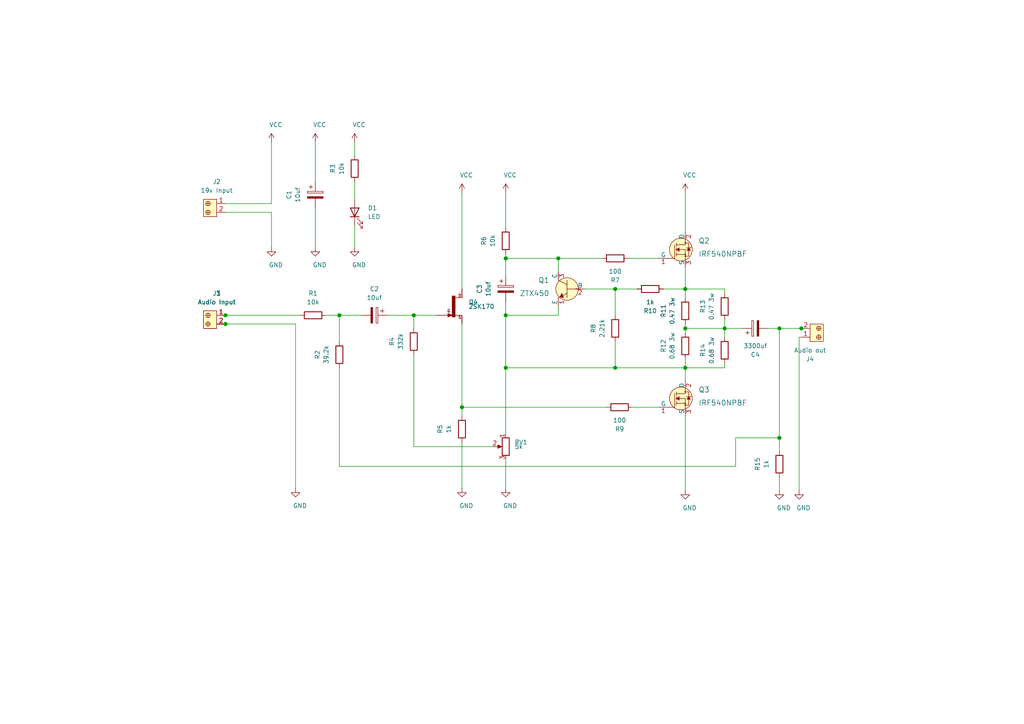
<source format=kicad_sch>
(kicad_sch (version 20200828) (generator eeschema)
  (page 1 1)
  (paper "A4")
  (title_block (title "Nelson Pass Camp Amp") (date "2020-09-19") (rev "1.6") (comment 4 "Ashish Kushwaha"))
  (lib_symbols
    (symbol "2SK170:2SK170" (pin_numbers hide) (pin_names (offset 1.016) hide)
      (property "Reference" "Q" (at 3.302 0.508 0))
      (property "Value" "2SK170" (at 3.302 -0.508 0))
      (symbol "2SK170_0_0"
        (text "D" (at 1.905 3.175 0) (effects (font (size 0.8128 0.8128))))
        (text "S" (at 1.905 -3.175 0) (effects (font (size 0.8128 0.8128))))
        (text "G" (at -1.27 -1.27 0) (effects (font (size 0.8128 0.8128))))
        (rectangle (start -0.3048 -3.048) (end 0.5588 3.048) (fill (type outline)))
        (polyline (pts (xy -0.254 -2.54) (xy -1.524 -2.032)) (stroke (width 0.1524)))
        (polyline (pts (xy -1.524 -2.032) (xy -1.524 -3.048)) (stroke (width 0.1524)))
        (polyline (pts (xy -1.524 -3.048) (xy -0.254 -2.54)) (stroke (width 0.1524)))
        (polyline (pts (xy -2.54 -2.54) (xy -0.762 -2.54)) (stroke (width 0.1524)))
        (polyline (pts (xy -0.762 -2.54) (xy -0.635 -2.54)) (stroke (width 0.1524)))
        (polyline (pts (xy -0.635 -2.54) (xy -0.254 -2.54)) (stroke (width 0.1524)))
        (polyline (pts (xy -0.635 -2.54) (xy -1.397 -2.286)) (stroke (width 0.3048)))
        (polyline (pts (xy -1.397 -2.286) (xy -1.397 -2.794)) (stroke (width 0.3048)))
        (polyline (pts (xy -1.397 -2.794) (xy -0.762 -2.54)) (stroke (width 0.3048)))
        (polyline (pts (xy 0 -2.54) (xy 2.54 -2.54)) (stroke (width 0.1524)))
        (polyline (pts (xy 2.54 2.54) (xy 0 2.54)) (stroke (width 0.1524)))
        (pin passive line (at 2.54 5.08 270) (length 2.54) (name "~") (number "1"))
        (pin passive line (at -5.08 -2.54 0) (length 2.54) (name "~") (number "2"))
        (pin passive line (at 2.54 -5.08 90) (length 2.54) (name "~") (number "3"))
      )
    )
    (symbol "Device:C_Polarized" (pin_numbers hide) (pin_names (offset 0.254))
      (property "Reference" "C" (at 0.635 2.54 0))
      (property "Value" "C_Polarized" (at 0.635 -2.54 0))
      (symbol "C_Polarized_0_1"
        (rectangle (start -2.286 0.508) (end 2.286 1.016))
        (rectangle (start 2.286 -0.508) (end -2.286 -1.016) (fill (type outline)))
        (polyline (pts (xy -1.778 2.286) (xy -0.762 2.286)))
        (polyline (pts (xy -1.27 2.794) (xy -1.27 1.778)))
      )
      (symbol "C_Polarized_1_1"
        (pin passive line (at 0 3.81 270) (length 2.794) (name "~") (number "1"))
        (pin passive line (at 0 -3.81 90) (length 2.794) (name "~") (number "2"))
      )
    )
    (symbol "Device:LED" (pin_numbers hide) (pin_names (offset 1.016) hide)
      (property "Reference" "D" (at 0 2.54 0))
      (property "Value" "LED" (at 0 -2.54 0))
      (symbol "LED_0_1"
        (polyline (pts (xy -1.27 -1.27) (xy -1.27 1.27)) (stroke (width 0.254)))
        (polyline (pts (xy -1.27 0) (xy 1.27 0)))
        (polyline (pts (xy 1.27 -1.27) (xy 1.27 1.27) (xy -1.27 0) (xy 1.27 -1.27)) (stroke (width 0.254)))
        (polyline (pts (xy -3.048 -0.762) (xy -4.572 -2.286) (xy -3.81 -2.286) (xy -4.572 -2.286) (xy -4.572 -1.524)))
        (polyline (pts (xy -1.778 -0.762) (xy -3.302 -2.286) (xy -2.54 -2.286) (xy -3.302 -2.286) (xy -3.302 -1.524)))
      )
      (symbol "LED_1_1"
        (pin passive line (at -3.81 0 0) (length 2.54) (name "K") (number "1"))
        (pin passive line (at 3.81 0 180) (length 2.54) (name "A") (number "2"))
      )
    )
    (symbol "Device:R" (pin_numbers hide) (pin_names (offset 0))
      (property "Reference" "R" (at 2.032 0 90))
      (property "Value" "R" (at 0 0 90))
      (symbol "R_0_1"
        (rectangle (start -1.016 -2.54) (end 1.016 2.54) (stroke (width 0.254)))
      )
      (symbol "R_1_1"
        (pin passive line (at 0 3.81 270) (length 1.27) (name "~") (number "1"))
        (pin passive line (at 0 -3.81 90) (length 1.27) (name "~") (number "2"))
      )
    )
    (symbol "Device:R_Potentiometer" (pin_names (offset 1.016) hide)
      (property "Reference" "RV" (at -4.445 0 90))
      (property "Value" "R_Potentiometer" (at -2.54 0 90))
      (symbol "R_Potentiometer_0_1"
        (rectangle (start 1.016 2.54) (end -1.016 -2.54) (stroke (width 0.254)))
        (polyline (pts (xy 2.54 0) (xy 1.524 0)))
        (polyline (pts (xy 1.143 0) (xy 2.286 0.508) (xy 2.286 -0.508) (xy 1.143 0)) (fill (type outline)))
      )
      (symbol "R_Potentiometer_1_1"
        (pin passive line (at 0 3.81 270) (length 1.27) (name "1") (number "1"))
        (pin passive line (at 3.81 0 180) (length 1.27) (name "2") (number "2"))
        (pin passive line (at 0 -3.81 90) (length 1.27) (name "3") (number "3"))
      )
    )
    (symbol "dk_Terminal-Blocks-Wire-to-Board:OSTTC022162" (pin_names (offset 1.016))
      (property "Reference" "J" (at -2.54 -1.27 0))
      (property "Value" "OSTTC022162" (at 1.27 -5.08 0))
      (symbol "OSTTC022162_1_1"
        (circle (center 0 -2.54) (radius 0.635))
        (circle (center 2.54 -2.54) (radius 0.635))
        (rectangle (start -1.27 0) (end 3.81 -3.81) (fill (type background)))
        (polyline (pts (xy 0 -1.905) (xy 0 -3.175)))
        (polyline (pts (xy 0.635 -2.54) (xy -0.635 -2.54)))
        (polyline (pts (xy 1.905 -2.54) (xy 3.175 -2.54)))
        (polyline (pts (xy 2.54 -1.905) (xy 2.54 -3.175)))
        (pin passive line (at 0 2.54 270) (length 2.54) (name "~") (number "1"))
        (pin passive line (at 2.54 2.54 270) (length 2.54) (name "~") (number "2"))
      )
    )
    (symbol "dk_Transistors-Bipolar-BJT-Single:ZTX450" (pin_names (offset 0))
      (property "Reference" "Q" (at -3.2004 4.2164 0))
      (property "Value" "ZTX450" (at 5.2324 0 90))
      (symbol "ZTX450_0_1"
        (circle (center 0 0) (radius 3.2512) (fill (type background)))
        (polyline (pts (xy -3.81 0) (xy -2.54 0)))
        (polyline (pts (xy -3.556 0) (xy 0 0)))
        (polyline (pts (xy 0 -1.27) (xy 2.54 -2.54)))
        (polyline (pts (xy 0 1.27) (xy 2.54 2.54)))
        (polyline (pts (xy 0 2.54) (xy 0 -2.54)))
        (polyline (pts (xy 1.524 -1.27) (xy 2.032 -2.286) (xy 1.016 -2.54) (xy 1.524 -1.27)) (fill (type outline)))
      )
      (symbol "ZTX450_1_1"
        (pin passive line (at 2.54 -5.08 90) (length 2.54) (name "E") (number "1"))
        (pin input line (at -5.08 0 0) (length 2.54) (name "B") (number "2"))
        (pin passive line (at 2.54 5.08 270) (length 2.54) (name "C") (number "3"))
      )
    )
    (symbol "dk_Transistors-FETs-MOSFETs-Single:IRF540NPBF" (pin_names (offset 0))
      (property "Reference" "Q" (at -2.6924 3.6322 0))
      (property "Value" "IRF540NPBF" (at 3.4544 0 90))
      (symbol "IRF540NPBF_0_1"
        (circle (center -1.27 0) (radius 3.302) (fill (type background)))
        (circle (center 0 -1.905) (radius 0.127))
        (circle (center 0 -1.397) (radius 0.127))
        (circle (center 0 1.905) (radius 0.127))
        (polyline (pts (xy 0 -1.397) (xy -2.54 -1.397)))
        (polyline (pts (xy 0.508 0.508) (xy 0.3556 0.3556)))
        (polyline (pts (xy 1.524 0.508) (xy 1.7272 0.6604)))
        (polyline (pts (xy -5.08 -2.54) (xy -3.048 -2.54) (xy -3.048 1.397)))
        (polyline (pts (xy 0 -2.54) (xy 0 0) (xy -2.54 0)))
        (polyline (pts (xy 0 2.54) (xy 0 1.397) (xy -2.54 1.397)))
        (polyline (pts (xy -0.127 -1.905) (xy 1.016 -1.905) (xy 1.016 1.397) (xy 1.016 1.905) (xy -0.127 1.905)))
      )
      (symbol "IRF540NPBF_1_1"
        (polyline (pts (xy -2.54 -1.397) (xy -2.54 -1.905)))
        (polyline (pts (xy -2.54 -1.397) (xy -2.54 -0.889)))
        (polyline (pts (xy -2.54 0) (xy -2.54 -0.508)))
        (polyline (pts (xy -2.54 0) (xy -2.54 0.508)))
        (polyline (pts (xy -2.54 1.905) (xy -2.54 0.889)))
        (polyline (pts (xy 1.524 0.508) (xy 0.508 0.508)))
        (polyline (pts (xy -2.54 0) (xy -1.778 0.508) (xy -1.778 -0.508) (xy -2.54 0)) (fill (type outline)))
        (polyline (pts (xy 1.016 0.508) (xy 0.508 -0.254) (xy 1.524 -0.254) (xy 1.016 0.508)) (fill (type outline)))
        (pin bidirectional line (at -7.62 -2.54 0) (length 2.54) (name "G") (number "1"))
        (pin bidirectional line (at 0 5.08 270) (length 2.54) (name "D") (number "2"))
        (pin bidirectional line (at 0 -5.08 90) (length 2.54) (name "S") (number "3"))
      )
    )
    (symbol "power:GND" (power) (pin_names (offset 0))
      (property "Value" "GND" (at 0 -3.81 0))
      (symbol "GND_0_1"
        (polyline (pts (xy 0 0) (xy 0 -1.27) (xy 1.27 -1.27) (xy 0 -2.54) (xy -1.27 -1.27) (xy 0 -1.27)))
      )
      (symbol "GND_1_1"
        (pin power_in line (at 0 0 270) (length 0) hide (name "GND") (number "1"))
      )
    )
    (symbol "power:VCC" (power) (pin_names (offset 0))
      (property "Value" "VCC" (at 0 3.81 0))
      (symbol "VCC_0_1"
        (polyline (pts (xy -0.762 1.27) (xy 0 2.54)))
        (polyline (pts (xy 0 0) (xy 0 2.54)))
        (polyline (pts (xy 0 2.54) (xy 0.762 1.27)))
      )
      (symbol "VCC_1_1"
        (pin power_in line (at 0 0 90) (length 0) hide (name "VCC") (number "1"))
      )
    )
  )
  (junction (at 65.405 91.44) (diameter 1.016))
  (junction (at 65.405 93.98) (diameter 1.016))
  (junction (at 98.425 91.44) (diameter 1.016))
  (junction (at 120.015 91.44) (diameter 1.016))
  (junction (at 133.985 118.11) (diameter 1.016))
  (junction (at 146.685 74.93) (diameter 1.016))
  (junction (at 146.685 91.44) (diameter 1.016))
  (junction (at 146.685 106.68) (diameter 1.016))
  (junction (at 161.925 74.93) (diameter 1.016))
  (junction (at 178.435 83.82) (diameter 1.016))
  (junction (at 178.435 106.68) (diameter 1.016))
  (junction (at 198.755 83.82) (diameter 1.016))
  (junction (at 198.755 95.25) (diameter 1.016))
  (junction (at 198.755 106.68) (diameter 1.016))
  (junction (at 210.185 95.25) (diameter 1.016))
  (junction (at 226.06 95.25) (diameter 1.016))
  (junction (at 226.06 127) (diameter 1.016))
  (junction (at 232.41 95.25) (diameter 1.016))
  (wire (pts (xy 65.405 91.44) (xy 86.995 91.44)))
  (wire (pts (xy 65.405 93.98) (xy 85.725 93.98)))
  (wire (pts (xy 78.74 41.275) (xy 78.74 59.055)))
  (wire (pts (xy 78.74 59.055) (xy 65.405 59.055)))
  (wire (pts (xy 78.74 61.595) (xy 65.405 61.595)))
  (wire (pts (xy 78.74 61.595) (xy 78.74 71.755)))
  (wire (pts (xy 85.725 93.98) (xy 85.725 141.605)))
  (wire (pts (xy 91.44 41.275) (xy 91.44 52.705)))
  (wire (pts (xy 91.44 60.325) (xy 91.44 71.755)))
  (wire (pts (xy 94.615 91.44) (xy 98.425 91.44)))
  (wire (pts (xy 98.425 91.44) (xy 98.425 99.06)))
  (wire (pts (xy 98.425 91.44) (xy 104.775 91.44)))
  (wire (pts (xy 98.425 106.68) (xy 98.425 135.255)))
  (wire (pts (xy 98.425 135.255) (xy 213.36 135.255)))
  (wire (pts (xy 102.87 41.275) (xy 102.87 45.085)))
  (wire (pts (xy 102.87 52.705) (xy 102.87 57.785)))
  (wire (pts (xy 102.87 65.405) (xy 102.87 71.755)))
  (wire (pts (xy 112.395 91.44) (xy 120.015 91.44)))
  (wire (pts (xy 120.015 91.44) (xy 120.015 95.25)))
  (wire (pts (xy 120.015 91.44) (xy 126.365 91.44)))
  (wire (pts (xy 120.015 129.54) (xy 120.015 102.87)))
  (wire (pts (xy 120.015 129.54) (xy 142.875 129.54)))
  (wire (pts (xy 133.985 55.88) (xy 133.985 83.82)))
  (wire (pts (xy 133.985 93.98) (xy 133.985 118.11)))
  (wire (pts (xy 133.985 118.11) (xy 133.985 120.65)))
  (wire (pts (xy 133.985 118.11) (xy 175.895 118.11)))
  (wire (pts (xy 133.985 128.27) (xy 133.985 141.605)))
  (wire (pts (xy 146.685 55.88) (xy 146.685 66.04)))
  (wire (pts (xy 146.685 73.66) (xy 146.685 74.93)))
  (wire (pts (xy 146.685 74.93) (xy 146.685 80.01)))
  (wire (pts (xy 146.685 74.93) (xy 161.925 74.93)))
  (wire (pts (xy 146.685 87.63) (xy 146.685 91.44)))
  (wire (pts (xy 146.685 91.44) (xy 146.685 106.68)))
  (wire (pts (xy 146.685 91.44) (xy 161.925 91.44)))
  (wire (pts (xy 146.685 106.68) (xy 146.685 125.73)))
  (wire (pts (xy 146.685 106.68) (xy 178.435 106.68)))
  (wire (pts (xy 146.685 133.35) (xy 146.685 141.605)))
  (wire (pts (xy 161.925 74.93) (xy 161.925 78.74)))
  (wire (pts (xy 161.925 74.93) (xy 174.625 74.93)))
  (wire (pts (xy 161.925 88.9) (xy 161.925 91.44)))
  (wire (pts (xy 169.545 83.82) (xy 178.435 83.82)))
  (wire (pts (xy 178.435 83.82) (xy 178.435 91.44)))
  (wire (pts (xy 178.435 83.82) (xy 184.785 83.82)))
  (wire (pts (xy 178.435 99.06) (xy 178.435 106.68)))
  (wire (pts (xy 178.435 106.68) (xy 198.755 106.68)))
  (wire (pts (xy 182.245 74.93) (xy 191.135 74.93)))
  (wire (pts (xy 183.515 118.11) (xy 191.135 118.11)))
  (wire (pts (xy 192.405 83.82) (xy 198.755 83.82)))
  (wire (pts (xy 198.755 55.88) (xy 198.755 67.31)))
  (wire (pts (xy 198.755 77.47) (xy 198.755 83.82)))
  (wire (pts (xy 198.755 83.82) (xy 198.755 86.36)))
  (wire (pts (xy 198.755 83.82) (xy 210.185 83.82)))
  (wire (pts (xy 198.755 93.98) (xy 198.755 95.25)))
  (wire (pts (xy 198.755 95.25) (xy 198.755 96.52)))
  (wire (pts (xy 198.755 95.25) (xy 210.185 95.25)))
  (wire (pts (xy 198.755 104.14) (xy 198.755 106.68)))
  (wire (pts (xy 198.755 106.68) (xy 198.755 110.49)))
  (wire (pts (xy 198.755 106.68) (xy 210.185 106.68)))
  (wire (pts (xy 198.755 120.65) (xy 198.755 142.24)))
  (wire (pts (xy 210.185 85.09) (xy 210.185 83.82)))
  (wire (pts (xy 210.185 92.71) (xy 210.185 95.25)))
  (wire (pts (xy 210.185 95.25) (xy 210.185 97.79)))
  (wire (pts (xy 210.185 95.25) (xy 215.265 95.25)))
  (wire (pts (xy 210.185 105.41) (xy 210.185 106.68)))
  (wire (pts (xy 213.36 127) (xy 226.06 127)))
  (wire (pts (xy 213.36 135.255) (xy 213.36 127)))
  (wire (pts (xy 222.885 95.25) (xy 226.06 95.25)))
  (wire (pts (xy 226.06 95.25) (xy 226.06 127)))
  (wire (pts (xy 226.06 95.25) (xy 232.41 95.25)))
  (wire (pts (xy 226.06 127) (xy 226.06 130.81)))
  (wire (pts (xy 226.06 138.43) (xy 226.06 142.24)))
  (wire (pts (xy 231.775 97.79) (xy 231.775 142.24)))
  (wire (pts (xy 231.775 97.79) (xy 232.41 97.79)))
  (wire (pts (xy 232.41 95.25) (xy 233.045 95.25)))
  (symbol (lib_id "power:VCC") (at 78.74 41.275 0) (unit 1)
    (property "Reference" "#PWR0111" (effects hide))
    (property "Value" "VCC" (at 80.01 36.195 0))
  )
  (symbol (lib_id "power:VCC") (at 91.44 41.275 0) (unit 1)
    (property "Reference" "#PWR0110" (effects hide))
    (property "Value" "VCC" (at 92.71 36.195 0))
  )
  (symbol (lib_id "power:VCC") (at 102.87 41.275 0) (unit 1)
    (property "Reference" "#PWR0109" (effects hide))
    (property "Value" "VCC" (at 104.14 36.195 0))
  )
  (symbol (lib_id "power:VCC") (at 133.985 55.88 0) (unit 1)
    (property "Reference" "#PWR0107" (effects hide))
    (property "Value" "VCC" (at 135.255 50.8 0))
  )
  (symbol (lib_id "power:VCC") (at 146.685 55.88 0) (unit 1)
    (property "Reference" "#PWR0108" (effects hide))
    (property "Value" "VCC" (at 147.955 50.8 0))
  )
  (symbol (lib_id "power:VCC") (at 198.755 55.88 0) (unit 1)
    (property "Reference" "#PWR0112" (effects hide))
    (property "Value" "VCC" (at 200.025 50.8 0))
  )
  (symbol (lib_id "power:GND") (at 78.74 71.755 0) (unit 1)
    (property "Reference" "#PWR0105" (effects hide))
    (property "Value" "GND" (at 80.01 76.835 0))
  )
  (symbol (lib_id "power:GND") (at 85.725 141.605 0) (unit 1)
    (property "Reference" "#PWR0103" (effects hide))
    (property "Value" "GND" (at 86.995 146.685 0))
  )
  (symbol (lib_id "power:GND") (at 91.44 71.755 0) (unit 1)
    (property "Reference" "#PWR0101" (effects hide))
    (property "Value" "GND" (at 92.71 76.835 0))
  )
  (symbol (lib_id "power:GND") (at 102.87 71.755 0) (unit 1)
    (property "Reference" "#PWR0104" (effects hide))
    (property "Value" "GND" (at 104.14 76.835 0))
  )
  (symbol (lib_id "power:GND") (at 133.985 141.605 0) (unit 1)
    (property "Reference" "#PWR0106" (effects hide))
    (property "Value" "GND" (at 135.255 146.685 0))
  )
  (symbol (lib_id "power:GND") (at 146.685 141.605 0) (unit 1)
    (property "Reference" "#PWR0102" (effects hide))
    (property "Value" "GND" (at 147.955 146.685 0))
  )
  (symbol (lib_id "power:GND") (at 198.755 142.24 0) (unit 1)
    (property "Reference" "#PWR0113" (effects hide))
    (property "Value" "GND" (at 200.025 147.32 0))
  )
  (symbol (lib_id "power:GND") (at 226.06 142.24 0) (unit 1)
    (property "Reference" "#PWR0115" (effects hide))
    (property "Value" "GND" (at 227.33 147.32 0))
  )
  (symbol (lib_id "power:GND") (at 231.775 142.24 0) (unit 1)
    (property "Reference" "#PWR0114" (effects hide))
    (property "Value" "GND" (at 233.045 147.32 0))
  )
  (symbol (lib_id "Device:R") (at 90.805 91.44 90) (unit 1)
    (property "Reference" "R1" (at 90.805 85.09 90))
    (property "Value" "10k" (at 90.805 87.63 90))
    (property "Footprint" "Resistor_SMD:R_0402_1005Metric" (effects hide))
  )
  (symbol (lib_id "Device:R") (at 98.425 102.87 180) (unit 1)
    (property "Reference" "R2" (at 92.075 102.87 90))
    (property "Value" "39.2k" (at 94.615 102.87 90))
    (property "Footprint" "Resistor_SMD:R_0402_1005Metric" (effects hide))
  )
  (symbol (lib_id "Device:R") (at 102.87 48.895 180) (unit 1)
    (property "Reference" "R3" (at 96.52 48.895 90))
    (property "Value" "10k" (at 99.06 48.895 90))
    (property "Footprint" "Resistor_SMD:R_0402_1005Metric" (effects hide))
  )
  (symbol (lib_id "Device:R") (at 120.015 99.06 180) (unit 1)
    (property "Reference" "R4" (at 113.665 99.06 90))
    (property "Value" "332k" (at 116.205 99.06 90))
    (property "Footprint" "Resistor_SMD:R_0402_1005Metric" (effects hide))
  )
  (symbol (lib_id "Device:R") (at 133.985 124.46 180) (unit 1)
    (property "Reference" "R5" (at 127.635 124.46 90))
    (property "Value" "1k" (at 130.175 124.46 90))
    (property "Footprint" "Resistor_SMD:R_0402_1005Metric" (effects hide))
  )
  (symbol (lib_id "Device:R") (at 146.685 69.85 180) (unit 1)
    (property "Reference" "R6" (at 140.335 69.85 90))
    (property "Value" "10k" (at 142.875 69.85 90))
    (property "Footprint" "Resistor_SMD:R_0402_1005Metric" (effects hide))
  )
  (symbol (lib_id "Device:R") (at 178.435 74.93 270) (unit 1)
    (property "Reference" "R7" (at 178.435 81.28 90))
    (property "Value" "100" (at 178.435 78.74 90))
    (property "Footprint" "Resistor_SMD:R_0402_1005Metric" (effects hide))
  )
  (symbol (lib_id "Device:R") (at 178.435 95.25 180) (unit 1)
    (property "Reference" "R8" (at 172.085 95.25 90))
    (property "Value" "2.21k" (at 174.625 95.25 90))
    (property "Footprint" "Resistor_SMD:R_0402_1005Metric" (effects hide))
  )
  (symbol (lib_id "Device:R") (at 179.705 118.11 270) (unit 1)
    (property "Reference" "R9" (at 179.705 124.46 90))
    (property "Value" "100" (at 179.705 121.92 90))
    (property "Footprint" "Resistor_SMD:R_0402_1005Metric" (effects hide))
  )
  (symbol (lib_id "Device:R") (at 188.595 83.82 270) (unit 1)
    (property "Reference" "R10" (at 188.595 90.17 90))
    (property "Value" "1k" (at 188.595 87.63 90))
    (property "Footprint" "Resistor_SMD:R_0402_1005Metric" (effects hide))
  )
  (symbol (lib_id "Device:R") (at 198.755 90.17 180) (unit 1)
    (property "Reference" "R11" (at 192.405 90.17 90))
    (property "Value" "0.47 3w" (at 194.945 90.17 90))
    (property "Footprint" "Resistor_SMD:R_0402_1005Metric" (effects hide))
  )
  (symbol (lib_id "Device:R") (at 198.755 100.33 180) (unit 1)
    (property "Reference" "R12" (at 192.405 100.33 90))
    (property "Value" "0.68 3w" (at 194.945 100.33 90))
    (property "Footprint" "Resistor_SMD:R_0402_1005Metric" (effects hide))
  )
  (symbol (lib_id "Device:R") (at 210.185 88.9 180) (unit 1)
    (property "Reference" "R13" (at 203.835 88.9 90))
    (property "Value" "0.47 3w" (at 206.375 88.9 90))
    (property "Footprint" "Resistor_SMD:R_0402_1005Metric" (effects hide))
  )
  (symbol (lib_id "Device:R") (at 210.185 101.6 180) (unit 1)
    (property "Reference" "R14" (at 203.835 101.6 90))
    (property "Value" "0.68 3w" (at 206.375 101.6 90))
    (property "Footprint" "Resistor_SMD:R_0402_1005Metric" (effects hide))
  )
  (symbol (lib_id "Device:R") (at 226.06 134.62 180) (unit 1)
    (property "Reference" "R15" (at 219.71 134.62 90))
    (property "Value" "1k" (at 222.25 134.62 90))
    (property "Footprint" "Resistor_SMD:R_0402_1005Metric" (effects hide))
  )
  (symbol (lib_id "Device:LED") (at 102.87 61.595 90) (unit 1)
    (property "Reference" "D1" (at 106.68 60.325 90) (effects (justify right)))
    (property "Value" "LED" (at 106.68 62.865 90) (effects (justify right)))
    (property "Footprint" "LED_SMD:LED_1210_3225Metric_Pad1.42x2.65mm_HandSolder" (effects hide))
  )
  (symbol (lib_id "dk_Terminal-Blocks-Wire-to-Board:OSTTC022162") (at 62.865 59.055 270) (unit 1)
    (property "Reference" "J2" (at 62.865 52.705 90))
    (property "Value" "19v Input" (at 62.865 55.245 90))
    (property "Footprint" "digikey-footprints:Term_Block_1x2_P5.08MM" (effects hide))
    (property "Datasheet" "http://www.on-shore.com/wp-content/uploads/OSTTCXX2162.pdf" (effects hide))
    (property "Digi-Key_PN" "ED2609-ND" (effects hide))
    (property "MPN" "OSTTC022162" (effects hide))
    (property "Category" "Connectors, Interconnects" (effects hide))
    (property "Family" "Terminal Blocks - Wire to Board" (effects hide))
    (property "DK_Datasheet_Link" "http://www.on-shore.com/wp-content/uploads/OSTTCXX2162.pdf" (effects hide))
    (property "DK_Detail_Page" "/product-detail/en/on-shore-technology-inc/OSTTC022162/ED2609-ND/614558" (effects hide))
    (property "Description" "TERM BLK 2P SIDE ENT 5.08MM PCB" (effects hide))
    (property "Manufacturer" "On Shore Technology Inc." (effects hide))
    (property "Status" "Active" (effects hide))
  )
  (symbol (lib_id "dk_Terminal-Blocks-Wire-to-Board:OSTTC022162") (at 62.865 91.44 270) (unit 1)
    (property "Reference" "J1" (at 62.865 85.09 90))
    (property "Value" "Audio Input" (at 62.865 87.63 90))
    (property "Footprint" "digikey-footprints:Term_Block_1x2_P5.08MM" (effects hide))
    (property "Datasheet" "http://www.on-shore.com/wp-content/uploads/OSTTCXX2162.pdf" (effects hide))
    (property "Digi-Key_PN" "ED2609-ND" (effects hide))
    (property "MPN" "OSTTC022162" (effects hide))
    (property "Category" "Connectors, Interconnects" (effects hide))
    (property "Family" "Terminal Blocks - Wire to Board" (effects hide))
    (property "DK_Datasheet_Link" "http://www.on-shore.com/wp-content/uploads/OSTTCXX2162.pdf" (effects hide))
    (property "DK_Detail_Page" "/product-detail/en/on-shore-technology-inc/OSTTC022162/ED2609-ND/614558" (effects hide))
    (property "Description" "TERM BLK 2P SIDE ENT 5.08MM PCB" (effects hide))
    (property "Manufacturer" "On Shore Technology Inc." (effects hide))
    (property "Status" "Active" (effects hide))
  )
  (symbol (lib_id "dk_Terminal-Blocks-Wire-to-Board:OSTTC022162") (at 62.865 91.44 270) (unit 1)
    (property "Reference" "J3" (at 62.865 85.09 90))
    (property "Value" "Audio Input" (at 62.865 87.63 90))
    (property "Footprint" "digikey-footprints:Term_Block_1x2_P5.08MM" (effects hide))
    (property "Datasheet" "http://www.on-shore.com/wp-content/uploads/OSTTCXX2162.pdf" (effects hide))
    (property "Digi-Key_PN" "ED2609-ND" (effects hide))
    (property "MPN" "OSTTC022162" (effects hide))
    (property "Category" "Connectors, Interconnects" (effects hide))
    (property "Family" "Terminal Blocks - Wire to Board" (effects hide))
    (property "DK_Datasheet_Link" "http://www.on-shore.com/wp-content/uploads/OSTTCXX2162.pdf" (effects hide))
    (property "DK_Detail_Page" "/product-detail/en/on-shore-technology-inc/OSTTC022162/ED2609-ND/614558" (effects hide))
    (property "Description" "TERM BLK 2P SIDE ENT 5.08MM PCB" (effects hide))
    (property "Manufacturer" "On Shore Technology Inc." (effects hide))
    (property "Status" "Active" (effects hide))
  )
  (symbol (lib_id "dk_Terminal-Blocks-Wire-to-Board:OSTTC022162") (at 234.95 97.79 90) (unit 1)
    (property "Reference" "J4" (at 234.95 104.14 90))
    (property "Value" "Audio out " (at 234.95 101.6 90))
    (property "Footprint" "digikey-footprints:Term_Block_1x2_P5.08MM" (effects hide))
    (property "Datasheet" "http://www.on-shore.com/wp-content/uploads/OSTTCXX2162.pdf" (effects hide))
    (property "Digi-Key_PN" "ED2609-ND" (effects hide))
    (property "MPN" "OSTTC022162" (effects hide))
    (property "Category" "Connectors, Interconnects" (effects hide))
    (property "Family" "Terminal Blocks - Wire to Board" (effects hide))
    (property "DK_Datasheet_Link" "http://www.on-shore.com/wp-content/uploads/OSTTCXX2162.pdf" (effects hide))
    (property "DK_Detail_Page" "/product-detail/en/on-shore-technology-inc/OSTTC022162/ED2609-ND/614558" (effects hide))
    (property "Description" "TERM BLK 2P SIDE ENT 5.08MM PCB" (effects hide))
    (property "Manufacturer" "On Shore Technology Inc." (effects hide))
    (property "Status" "Active" (effects hide))
  )
  (symbol (lib_id "Device:C_Polarized") (at 91.44 56.515 0) (unit 1)
    (property "Reference" "C1" (at 83.82 56.515 90))
    (property "Value" "10uf" (at 86.36 56.515 90))
    (property "Footprint" "Resistor_SMD:R_0402_1005Metric" (effects hide))
  )
  (symbol (lib_id "Device:C_Polarized") (at 108.585 91.44 270) (unit 1)
    (property "Reference" "C2" (at 108.585 83.82 90))
    (property "Value" "10uf" (at 108.585 86.36 90))
    (property "Footprint" "Resistor_SMD:R_0402_1005Metric" (effects hide))
  )
  (symbol (lib_id "Device:C_Polarized") (at 146.685 83.82 0) (unit 1)
    (property "Reference" "C3" (at 139.065 83.82 90))
    (property "Value" "10uf" (at 141.605 83.82 90))
    (property "Footprint" "Resistor_SMD:R_0402_1005Metric" (effects hide))
  )
  (symbol (lib_id "Device:C_Polarized") (at 219.075 95.25 90) (unit 1)
    (property "Reference" "C4" (at 219.075 102.87 90))
    (property "Value" "3300uf" (at 219.075 100.33 90))
    (property "Footprint" "Resistor_SMD:R_0402_1005Metric" (effects hide))
  )
  (symbol (lib_id "Device:R_Potentiometer") (at 146.685 129.54 0) (mirror y) (unit 1)
    (property "Reference" "RV1" (at 149.225 128.27 0) (effects (justify right)))
    (property "Value" "5k" (at 149.225 129.54 0) (effects (justify right)))
    (property "Footprint" "Potentiometer_THT:Potentiometer_ACP_CA9-H5_Horizontal" (effects hide))
  )
  (symbol (lib_id "2SK170:2SK170") (at 131.445 88.9 0) (unit 1)
    (property "Reference" "Q4" (at 135.89 87.63 0) (effects (justify left)))
    (property "Value" "2SK170" (at 135.89 88.9 0) (effects (justify left)))
    (property "Footprint" "digikey-footprints:TO-92-3" (effects hide))
    (property "Datasheet" "Toshiba" (effects hide))
    (property "Field4" "None" (effects hide))
    (property "Field5" "Unavailable" (effects hide))
    (property "Field6" "None" (effects hide))
    (property "Field7" "2SK170" (effects hide))
    (property "Field8" "JFET TO-92 FET(LF),DISCON(07-10)/PHASE-OUT(10-04)/OBSOLETE(10-07)," (effects hide))
  )
  (symbol (lib_id "dk_Transistors-Bipolar-BJT-Single:ZTX450") (at 164.465 83.82 0) (mirror y) (unit 1)
    (property "Reference" "Q1" (at 159.385 81.28 0) (effects (font (size 1.524 1.524)) (justify left)))
    (property "Value" "ZTX450" (at 159.385 85.09 0) (effects (font (size 1.524 1.524)) (justify left)))
    (property "Footprint" "digikey-footprints:TO-92-3" (effects hide))
    (property "Datasheet" "https://www.diodes.com/assets/Datasheets/ZTX450.pdf" (effects hide))
    (property "Digi-Key_PN" "ZTX450-ND" (effects hide))
    (property "MPN" "ZTX450" (effects hide))
    (property "Category" "Discrete Semiconductor Products" (effects hide))
    (property "Family" "Transistors - Bipolar (BJT) - Single" (effects hide))
    (property "DK_Datasheet_Link" "https://www.diodes.com/assets/Datasheets/ZTX450.pdf" (effects hide))
    (property "DK_Detail_Page" "/product-detail/en/diodes-incorporated/ZTX450/ZTX450-ND/92530" (effects hide))
    (property "Description" "TRANS NPN 45V 1A E-LINE" (effects hide))
    (property "Manufacturer" "Diodes Incorporated" (effects hide))
    (property "Status" "Active" (effects hide))
  )
  (symbol (lib_id "dk_Transistors-FETs-MOSFETs-Single:IRF540NPBF") (at 198.755 72.39 0) (unit 1)
    (property "Reference" "Q2" (at 202.565 69.85 0) (effects (font (size 1.524 1.524)) (justify left)))
    (property "Value" "IRF540NPBF" (at 202.565 73.66 0) (effects (font (size 1.524 1.524)) (justify left)))
    (property "Footprint" "digikey-footprints:TO-220-3" (effects hide))
    (property "Datasheet" "https://www.infineon.com/dgdl/irf540npbf.pdf?fileId=5546d462533600a4015355e39f0d19a1" (effects hide))
    (property "Digi-Key_PN" "IRF540NPBF-ND" (effects hide))
    (property "MPN" "IRF540NPBF" (effects hide))
    (property "Category" "Discrete Semiconductor Products" (effects hide))
    (property "Family" "Transistors - FETs, MOSFETs - Single" (effects hide))
    (property "DK_Datasheet_Link" "https://www.infineon.com/dgdl/irf540npbf.pdf?fileId=5546d462533600a4015355e39f0d19a1" (effects hide))
    (property "DK_Detail_Page" "/product-detail/en/infineon-technologies/IRF540NPBF/IRF540NPBF-ND/811869" (effects hide))
    (property "Description" "MOSFET N-CH 100V 33A TO-220AB" (effects hide))
    (property "Manufacturer" "Infineon Technologies" (effects hide))
    (property "Status" "Active" (effects hide))
  )
  (symbol (lib_id "dk_Transistors-FETs-MOSFETs-Single:IRF540NPBF") (at 198.755 115.57 0) (unit 1)
    (property "Reference" "Q3" (at 202.565 113.03 0) (effects (font (size 1.524 1.524)) (justify left)))
    (property "Value" "IRF540NPBF" (at 202.565 116.84 0) (effects (font (size 1.524 1.524)) (justify left)))
    (property "Footprint" "digikey-footprints:TO-220-3" (effects hide))
    (property "Datasheet" "https://www.infineon.com/dgdl/irf540npbf.pdf?fileId=5546d462533600a4015355e39f0d19a1" (effects hide))
    (property "Digi-Key_PN" "IRF540NPBF-ND" (effects hide))
    (property "MPN" "IRF540NPBF" (effects hide))
    (property "Category" "Discrete Semiconductor Products" (effects hide))
    (property "Family" "Transistors - FETs, MOSFETs - Single" (effects hide))
    (property "DK_Datasheet_Link" "https://www.infineon.com/dgdl/irf540npbf.pdf?fileId=5546d462533600a4015355e39f0d19a1" (effects hide))
    (property "DK_Detail_Page" "/product-detail/en/infineon-technologies/IRF540NPBF/IRF540NPBF-ND/811869" (effects hide))
    (property "Description" "MOSFET N-CH 100V 33A TO-220AB" (effects hide))
    (property "Manufacturer" "Infineon Technologies" (effects hide))
    (property "Status" "Active" (effects hide))
  )
)
</source>
